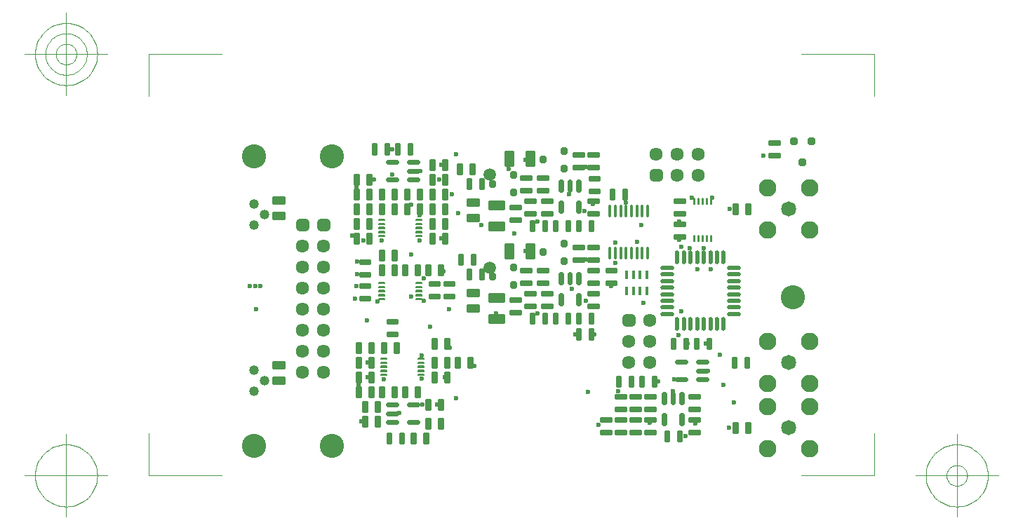
<source format=gbr>
G04 Generated by Ultiboard *
%FSLAX25Y25*%
%MOMM*%

%ADD10C,0.10000*%
%ADD11C,0.60000*%
%ADD12C,2.92100*%
%ADD13R,0.27534X1.05867*%
%ADD14C,0.42316*%
%ADD15R,1.18567X0.57175*%
%ADD16C,1.50000*%
%ADD17C,1.18516*%
%ADD18C,1.60884*%
%ADD19R,0.52908X0.52908*%
%ADD20C,0.99492*%
%ADD21R,1.05867X0.27534*%
%ADD22R,1.01600X0.02108*%
%ADD23C,0.59284*%
%ADD24R,0.70000X0.10000*%
%ADD25C,0.20000*%
%ADD26R,0.10000X0.70000*%
%ADD27R,1.56667X0.78334*%
%ADD28R,0.02108X1.01600*%
%ADD29O,0.38100X1.48184*%
%ADD30R,0.31725X0.33833*%
%ADD31R,0.78334X1.56667*%
%ADD32O,0.54000X1.70000*%
%ADD33O,1.70000X0.54000*%
%ADD34R,0.45000X1.00000*%
%ADD35C,1.82016*%
%ADD36C,2.11684*%
%ADD37R,0.33833X0.31725*%


%LNSolder Mask Top*%
%LPD*%
%FSLAX25Y25*%
%MOMM*%
G54D10*
X-787400Y-93958D02*
X-787400Y414929D01*
X-787400Y-93958D02*
X87376Y-93958D01*
X7960360Y-93958D02*
X7085584Y-93958D01*
X7960360Y-93958D02*
X7960360Y414929D01*
X7960360Y4994910D02*
X7960360Y4486023D01*
X7960360Y4994910D02*
X7085584Y4994910D01*
X-787400Y4994910D02*
X87376Y4994910D01*
X-787400Y4994910D02*
X-787400Y4486023D01*
X-1287400Y-93958D02*
X-2287400Y-93958D01*
X-1787400Y-593958D02*
X-1787400Y406042D01*
X-1412400Y-93958D02*
X-1414206Y-57201D01*
X-1414206Y-57201D02*
X-1419606Y-20799D01*
X-1419606Y-20799D02*
X-1428547Y14899D01*
X-1428547Y14899D02*
X-1440945Y49549D01*
X-1440945Y49549D02*
X-1456680Y82816D01*
X-1456680Y82816D02*
X-1475599Y114381D01*
X-1475599Y114381D02*
X-1497521Y143940D01*
X-1497521Y143940D02*
X-1522235Y171207D01*
X-1522235Y171207D02*
X-1549503Y195921D01*
X-1549503Y195921D02*
X-1579061Y217843D01*
X-1579061Y217843D02*
X-1610626Y236763D01*
X-1610626Y236763D02*
X-1643894Y252497D01*
X-1643894Y252497D02*
X-1678543Y264895D01*
X-1678543Y264895D02*
X-1714241Y273837D01*
X-1714241Y273837D02*
X-1750644Y279237D01*
X-1750644Y279237D02*
X-1787400Y281042D01*
X-1787400Y281042D02*
X-1824156Y279237D01*
X-1824156Y279237D02*
X-1860559Y273837D01*
X-1860559Y273837D02*
X-1896257Y264895D01*
X-1896257Y264895D02*
X-1930906Y252497D01*
X-1930906Y252497D02*
X-1964174Y236763D01*
X-1964174Y236763D02*
X-1995739Y217843D01*
X-1995739Y217843D02*
X-2025297Y195921D01*
X-2025297Y195921D02*
X-2052565Y171207D01*
X-2052565Y171207D02*
X-2077279Y143940D01*
X-2077279Y143940D02*
X-2099201Y114381D01*
X-2099201Y114381D02*
X-2118120Y82816D01*
X-2118120Y82816D02*
X-2133855Y49549D01*
X-2133855Y49549D02*
X-2146253Y14899D01*
X-2146253Y14899D02*
X-2155194Y-20799D01*
X-2155194Y-20799D02*
X-2160594Y-57201D01*
X-2160594Y-57201D02*
X-2162400Y-93958D01*
X-2162400Y-93958D02*
X-2160594Y-130714D01*
X-2160594Y-130714D02*
X-2155194Y-167116D01*
X-2155194Y-167116D02*
X-2146253Y-202814D01*
X-2146253Y-202814D02*
X-2133855Y-237464D01*
X-2133855Y-237464D02*
X-2118120Y-270731D01*
X-2118120Y-270731D02*
X-2099201Y-302296D01*
X-2099201Y-302296D02*
X-2077279Y-331855D01*
X-2077279Y-331855D02*
X-2052565Y-359123D01*
X-2052565Y-359123D02*
X-2025297Y-383837D01*
X-2025297Y-383837D02*
X-1995739Y-405759D01*
X-1995739Y-405759D02*
X-1964174Y-424678D01*
X-1964174Y-424678D02*
X-1930906Y-440412D01*
X-1930906Y-440412D02*
X-1896257Y-452810D01*
X-1896257Y-452810D02*
X-1860559Y-461752D01*
X-1860559Y-461752D02*
X-1824156Y-467152D01*
X-1824156Y-467152D02*
X-1787400Y-468958D01*
X-1787400Y-468958D02*
X-1750644Y-467152D01*
X-1750644Y-467152D02*
X-1714241Y-461752D01*
X-1714241Y-461752D02*
X-1678543Y-452810D01*
X-1678543Y-452810D02*
X-1643894Y-440412D01*
X-1643894Y-440412D02*
X-1610626Y-424678D01*
X-1610626Y-424678D02*
X-1579061Y-405759D01*
X-1579061Y-405759D02*
X-1549503Y-383837D01*
X-1549503Y-383837D02*
X-1522235Y-359123D01*
X-1522235Y-359123D02*
X-1497521Y-331855D01*
X-1497521Y-331855D02*
X-1475599Y-302296D01*
X-1475599Y-302296D02*
X-1456680Y-270731D01*
X-1456680Y-270731D02*
X-1440945Y-237464D01*
X-1440945Y-237464D02*
X-1428547Y-202814D01*
X-1428547Y-202814D02*
X-1419606Y-167116D01*
X-1419606Y-167116D02*
X-1414206Y-130714D01*
X-1414206Y-130714D02*
X-1412400Y-93958D01*
X8460360Y-93958D02*
X9460360Y-93958D01*
X8960360Y-593958D02*
X8960360Y406042D01*
X9335360Y-93958D02*
X9333554Y-57201D01*
X9333554Y-57201D02*
X9328154Y-20799D01*
X9328154Y-20799D02*
X9319213Y14899D01*
X9319213Y14899D02*
X9306815Y49549D01*
X9306815Y49549D02*
X9291080Y82816D01*
X9291080Y82816D02*
X9272161Y114381D01*
X9272161Y114381D02*
X9250239Y143940D01*
X9250239Y143940D02*
X9225525Y171207D01*
X9225525Y171207D02*
X9198257Y195921D01*
X9198257Y195921D02*
X9168699Y217843D01*
X9168699Y217843D02*
X9137134Y236763D01*
X9137134Y236763D02*
X9103866Y252497D01*
X9103866Y252497D02*
X9069217Y264895D01*
X9069217Y264895D02*
X9033519Y273837D01*
X9033519Y273837D02*
X8997116Y279237D01*
X8997116Y279237D02*
X8960360Y281042D01*
X8960360Y281042D02*
X8923604Y279237D01*
X8923604Y279237D02*
X8887201Y273837D01*
X8887201Y273837D02*
X8851503Y264895D01*
X8851503Y264895D02*
X8816854Y252497D01*
X8816854Y252497D02*
X8783586Y236763D01*
X8783586Y236763D02*
X8752021Y217843D01*
X8752021Y217843D02*
X8722463Y195921D01*
X8722463Y195921D02*
X8695195Y171207D01*
X8695195Y171207D02*
X8670481Y143940D01*
X8670481Y143940D02*
X8648559Y114381D01*
X8648559Y114381D02*
X8629640Y82816D01*
X8629640Y82816D02*
X8613905Y49549D01*
X8613905Y49549D02*
X8601507Y14899D01*
X8601507Y14899D02*
X8592566Y-20799D01*
X8592566Y-20799D02*
X8587166Y-57201D01*
X8587166Y-57201D02*
X8585360Y-93958D01*
X8585360Y-93958D02*
X8587166Y-130714D01*
X8587166Y-130714D02*
X8592566Y-167116D01*
X8592566Y-167116D02*
X8601507Y-202814D01*
X8601507Y-202814D02*
X8613905Y-237464D01*
X8613905Y-237464D02*
X8629640Y-270731D01*
X8629640Y-270731D02*
X8648559Y-302296D01*
X8648559Y-302296D02*
X8670481Y-331855D01*
X8670481Y-331855D02*
X8695195Y-359123D01*
X8695195Y-359123D02*
X8722463Y-383837D01*
X8722463Y-383837D02*
X8752021Y-405759D01*
X8752021Y-405759D02*
X8783586Y-424678D01*
X8783586Y-424678D02*
X8816854Y-440412D01*
X8816854Y-440412D02*
X8851503Y-452810D01*
X8851503Y-452810D02*
X8887201Y-461752D01*
X8887201Y-461752D02*
X8923604Y-467152D01*
X8923604Y-467152D02*
X8960360Y-468958D01*
X8960360Y-468958D02*
X8997116Y-467152D01*
X8997116Y-467152D02*
X9033519Y-461752D01*
X9033519Y-461752D02*
X9069217Y-452810D01*
X9069217Y-452810D02*
X9103866Y-440412D01*
X9103866Y-440412D02*
X9137134Y-424678D01*
X9137134Y-424678D02*
X9168699Y-405759D01*
X9168699Y-405759D02*
X9198257Y-383837D01*
X9198257Y-383837D02*
X9225525Y-359123D01*
X9225525Y-359123D02*
X9250239Y-331855D01*
X9250239Y-331855D02*
X9272161Y-302296D01*
X9272161Y-302296D02*
X9291080Y-270731D01*
X9291080Y-270731D02*
X9306815Y-237464D01*
X9306815Y-237464D02*
X9319213Y-202814D01*
X9319213Y-202814D02*
X9328154Y-167116D01*
X9328154Y-167116D02*
X9333554Y-130714D01*
X9333554Y-130714D02*
X9335360Y-93958D01*
X9085360Y-93958D02*
X9084758Y-81706D01*
X9084758Y-81706D02*
X9082958Y-69571D01*
X9082958Y-69571D02*
X9079978Y-57672D01*
X9079978Y-57672D02*
X9075845Y-46122D01*
X9075845Y-46122D02*
X9070600Y-35033D01*
X9070600Y-35033D02*
X9064294Y-24511D01*
X9064294Y-24511D02*
X9056986Y-14659D01*
X9056986Y-14659D02*
X9048748Y-5569D01*
X9048748Y-5569D02*
X9039659Y2669D01*
X9039659Y2669D02*
X9029806Y9976D01*
X9029806Y9976D02*
X9019285Y16282D01*
X9019285Y16282D02*
X9008195Y21527D01*
X9008195Y21527D02*
X8996646Y25660D01*
X8996646Y25660D02*
X8984746Y28640D01*
X8984746Y28640D02*
X8972612Y30440D01*
X8972612Y30440D02*
X8960360Y31042D01*
X8960360Y31042D02*
X8948108Y30440D01*
X8948108Y30440D02*
X8935974Y28640D01*
X8935974Y28640D02*
X8924075Y25660D01*
X8924075Y25660D02*
X8912525Y21527D01*
X8912525Y21527D02*
X8901436Y16282D01*
X8901436Y16282D02*
X8890914Y9976D01*
X8890914Y9976D02*
X8881061Y2669D01*
X8881061Y2669D02*
X8871972Y-5569D01*
X8871972Y-5569D02*
X8863734Y-14659D01*
X8863734Y-14659D02*
X8856426Y-24511D01*
X8856426Y-24511D02*
X8850120Y-35033D01*
X8850120Y-35033D02*
X8844875Y-46122D01*
X8844875Y-46122D02*
X8840743Y-57672D01*
X8840743Y-57672D02*
X8837762Y-69571D01*
X8837762Y-69571D02*
X8835962Y-81706D01*
X8835962Y-81706D02*
X8835360Y-93958D01*
X8835360Y-93958D02*
X8835962Y-106210D01*
X8835962Y-106210D02*
X8837762Y-118344D01*
X8837762Y-118344D02*
X8840743Y-130243D01*
X8840743Y-130243D02*
X8844875Y-141793D01*
X8844875Y-141793D02*
X8850120Y-152882D01*
X8850120Y-152882D02*
X8856426Y-163404D01*
X8856426Y-163404D02*
X8863734Y-173257D01*
X8863734Y-173257D02*
X8871972Y-182346D01*
X8871972Y-182346D02*
X8881061Y-190584D01*
X8881061Y-190584D02*
X8890914Y-197891D01*
X8890914Y-197891D02*
X8901436Y-204198D01*
X8901436Y-204198D02*
X8912525Y-209443D01*
X8912525Y-209443D02*
X8924075Y-213575D01*
X8924075Y-213575D02*
X8935974Y-216556D01*
X8935974Y-216556D02*
X8948108Y-218356D01*
X8948108Y-218356D02*
X8960360Y-218958D01*
X8960360Y-218958D02*
X8972612Y-218356D01*
X8972612Y-218356D02*
X8984746Y-216556D01*
X8984746Y-216556D02*
X8996646Y-213575D01*
X8996646Y-213575D02*
X9008195Y-209443D01*
X9008195Y-209443D02*
X9019285Y-204198D01*
X9019285Y-204198D02*
X9029806Y-197891D01*
X9029806Y-197891D02*
X9039659Y-190584D01*
X9039659Y-190584D02*
X9048748Y-182346D01*
X9048748Y-182346D02*
X9056986Y-173257D01*
X9056986Y-173257D02*
X9064294Y-163404D01*
X9064294Y-163404D02*
X9070600Y-152882D01*
X9070600Y-152882D02*
X9075845Y-141793D01*
X9075845Y-141793D02*
X9079978Y-130243D01*
X9079978Y-130243D02*
X9082958Y-118344D01*
X9082958Y-118344D02*
X9084758Y-106210D01*
X9084758Y-106210D02*
X9085360Y-93958D01*
X-1287400Y4994910D02*
X-2287400Y4994910D01*
X-1787400Y4494910D02*
X-1787400Y5494910D01*
X-1412400Y4994910D02*
X-1414206Y5031666D01*
X-1414206Y5031666D02*
X-1419606Y5068069D01*
X-1419606Y5068069D02*
X-1428547Y5103767D01*
X-1428547Y5103767D02*
X-1440945Y5138416D01*
X-1440945Y5138416D02*
X-1456680Y5171684D01*
X-1456680Y5171684D02*
X-1475599Y5203249D01*
X-1475599Y5203249D02*
X-1497521Y5232807D01*
X-1497521Y5232807D02*
X-1522235Y5260075D01*
X-1522235Y5260075D02*
X-1549503Y5284789D01*
X-1549503Y5284789D02*
X-1579061Y5306711D01*
X-1579061Y5306711D02*
X-1610626Y5325630D01*
X-1610626Y5325630D02*
X-1643894Y5341365D01*
X-1643894Y5341365D02*
X-1678543Y5353763D01*
X-1678543Y5353763D02*
X-1714241Y5362704D01*
X-1714241Y5362704D02*
X-1750644Y5368104D01*
X-1750644Y5368104D02*
X-1787400Y5369910D01*
X-1787400Y5369910D02*
X-1824156Y5368104D01*
X-1824156Y5368104D02*
X-1860559Y5362704D01*
X-1860559Y5362704D02*
X-1896257Y5353763D01*
X-1896257Y5353763D02*
X-1930906Y5341365D01*
X-1930906Y5341365D02*
X-1964174Y5325630D01*
X-1964174Y5325630D02*
X-1995739Y5306711D01*
X-1995739Y5306711D02*
X-2025297Y5284789D01*
X-2025297Y5284789D02*
X-2052565Y5260075D01*
X-2052565Y5260075D02*
X-2077279Y5232807D01*
X-2077279Y5232807D02*
X-2099201Y5203249D01*
X-2099201Y5203249D02*
X-2118120Y5171684D01*
X-2118120Y5171684D02*
X-2133855Y5138416D01*
X-2133855Y5138416D02*
X-2146253Y5103767D01*
X-2146253Y5103767D02*
X-2155194Y5068069D01*
X-2155194Y5068069D02*
X-2160594Y5031666D01*
X-2160594Y5031666D02*
X-2162400Y4994910D01*
X-2162400Y4994910D02*
X-2160594Y4958154D01*
X-2160594Y4958154D02*
X-2155194Y4921751D01*
X-2155194Y4921751D02*
X-2146253Y4886053D01*
X-2146253Y4886053D02*
X-2133855Y4851404D01*
X-2133855Y4851404D02*
X-2118120Y4818136D01*
X-2118120Y4818136D02*
X-2099201Y4786571D01*
X-2099201Y4786571D02*
X-2077279Y4757013D01*
X-2077279Y4757013D02*
X-2052565Y4729745D01*
X-2052565Y4729745D02*
X-2025297Y4705031D01*
X-2025297Y4705031D02*
X-1995739Y4683109D01*
X-1995739Y4683109D02*
X-1964174Y4664190D01*
X-1964174Y4664190D02*
X-1930906Y4648455D01*
X-1930906Y4648455D02*
X-1896257Y4636057D01*
X-1896257Y4636057D02*
X-1860559Y4627116D01*
X-1860559Y4627116D02*
X-1824156Y4621716D01*
X-1824156Y4621716D02*
X-1787400Y4619910D01*
X-1787400Y4619910D02*
X-1750644Y4621716D01*
X-1750644Y4621716D02*
X-1714241Y4627116D01*
X-1714241Y4627116D02*
X-1678543Y4636057D01*
X-1678543Y4636057D02*
X-1643894Y4648455D01*
X-1643894Y4648455D02*
X-1610626Y4664190D01*
X-1610626Y4664190D02*
X-1579061Y4683109D01*
X-1579061Y4683109D02*
X-1549503Y4705031D01*
X-1549503Y4705031D02*
X-1522235Y4729745D01*
X-1522235Y4729745D02*
X-1497521Y4757013D01*
X-1497521Y4757013D02*
X-1475599Y4786571D01*
X-1475599Y4786571D02*
X-1456680Y4818136D01*
X-1456680Y4818136D02*
X-1440945Y4851404D01*
X-1440945Y4851404D02*
X-1428547Y4886053D01*
X-1428547Y4886053D02*
X-1419606Y4921751D01*
X-1419606Y4921751D02*
X-1414206Y4958154D01*
X-1414206Y4958154D02*
X-1412400Y4994910D01*
X-1537400Y4994910D02*
X-1538604Y5019414D01*
X-1538604Y5019414D02*
X-1542204Y5043683D01*
X-1542204Y5043683D02*
X-1548165Y5067481D01*
X-1548165Y5067481D02*
X-1556430Y5090581D01*
X-1556430Y5090581D02*
X-1566920Y5112759D01*
X-1566920Y5112759D02*
X-1579533Y5133803D01*
X-1579533Y5133803D02*
X-1594147Y5153508D01*
X-1594147Y5153508D02*
X-1610623Y5171687D01*
X-1610623Y5171687D02*
X-1628802Y5188163D01*
X-1628802Y5188163D02*
X-1648508Y5202777D01*
X-1648508Y5202777D02*
X-1669551Y5215390D01*
X-1669551Y5215390D02*
X-1691729Y5225880D01*
X-1691729Y5225880D02*
X-1714829Y5234145D01*
X-1714829Y5234145D02*
X-1738628Y5240106D01*
X-1738628Y5240106D02*
X-1762896Y5243706D01*
X-1762896Y5243706D02*
X-1787400Y5244910D01*
X-1787400Y5244910D02*
X-1811904Y5243706D01*
X-1811904Y5243706D02*
X-1836173Y5240106D01*
X-1836173Y5240106D02*
X-1859971Y5234145D01*
X-1859971Y5234145D02*
X-1883071Y5225880D01*
X-1883071Y5225880D02*
X-1905249Y5215390D01*
X-1905249Y5215390D02*
X-1926293Y5202777D01*
X-1926293Y5202777D02*
X-1945998Y5188163D01*
X-1945998Y5188163D02*
X-1964177Y5171687D01*
X-1964177Y5171687D02*
X-1980653Y5153508D01*
X-1980653Y5153508D02*
X-1995267Y5133803D01*
X-1995267Y5133803D02*
X-2007880Y5112759D01*
X-2007880Y5112759D02*
X-2018370Y5090581D01*
X-2018370Y5090581D02*
X-2026635Y5067481D01*
X-2026635Y5067481D02*
X-2032596Y5043683D01*
X-2032596Y5043683D02*
X-2036196Y5019414D01*
X-2036196Y5019414D02*
X-2037400Y4994910D01*
X-2037400Y4994910D02*
X-2036196Y4970406D01*
X-2036196Y4970406D02*
X-2032596Y4946138D01*
X-2032596Y4946138D02*
X-2026635Y4922339D01*
X-2026635Y4922339D02*
X-2018370Y4899239D01*
X-2018370Y4899239D02*
X-2007880Y4877061D01*
X-2007880Y4877061D02*
X-1995267Y4856018D01*
X-1995267Y4856018D02*
X-1980653Y4836312D01*
X-1980653Y4836312D02*
X-1964177Y4818133D01*
X-1964177Y4818133D02*
X-1945998Y4801657D01*
X-1945998Y4801657D02*
X-1926293Y4787043D01*
X-1926293Y4787043D02*
X-1905249Y4774430D01*
X-1905249Y4774430D02*
X-1883071Y4763940D01*
X-1883071Y4763940D02*
X-1859971Y4755675D01*
X-1859971Y4755675D02*
X-1836173Y4749714D01*
X-1836173Y4749714D02*
X-1811904Y4746114D01*
X-1811904Y4746114D02*
X-1787400Y4744910D01*
X-1787400Y4744910D02*
X-1762896Y4746114D01*
X-1762896Y4746114D02*
X-1738628Y4749714D01*
X-1738628Y4749714D02*
X-1714829Y4755675D01*
X-1714829Y4755675D02*
X-1691729Y4763940D01*
X-1691729Y4763940D02*
X-1669551Y4774430D01*
X-1669551Y4774430D02*
X-1648508Y4787043D01*
X-1648508Y4787043D02*
X-1628802Y4801657D01*
X-1628802Y4801657D02*
X-1610623Y4818133D01*
X-1610623Y4818133D02*
X-1594147Y4836312D01*
X-1594147Y4836312D02*
X-1579533Y4856018D01*
X-1579533Y4856018D02*
X-1566920Y4877061D01*
X-1566920Y4877061D02*
X-1556430Y4899239D01*
X-1556430Y4899239D02*
X-1548165Y4922339D01*
X-1548165Y4922339D02*
X-1542204Y4946138D01*
X-1542204Y4946138D02*
X-1538604Y4970406D01*
X-1538604Y4970406D02*
X-1537400Y4994910D01*
X-1662400Y4994910D02*
X-1663002Y5007162D01*
X-1663002Y5007162D02*
X-1664802Y5019296D01*
X-1664802Y5019296D02*
X-1667783Y5031196D01*
X-1667783Y5031196D02*
X-1671915Y5042745D01*
X-1671915Y5042745D02*
X-1677160Y5053835D01*
X-1677160Y5053835D02*
X-1683466Y5064356D01*
X-1683466Y5064356D02*
X-1690774Y5074209D01*
X-1690774Y5074209D02*
X-1699012Y5083298D01*
X-1699012Y5083298D02*
X-1708101Y5091536D01*
X-1708101Y5091536D02*
X-1717954Y5098844D01*
X-1717954Y5098844D02*
X-1728476Y5105150D01*
X-1728476Y5105150D02*
X-1739565Y5110395D01*
X-1739565Y5110395D02*
X-1751115Y5114528D01*
X-1751115Y5114528D02*
X-1763014Y5117508D01*
X-1763014Y5117508D02*
X-1775148Y5119308D01*
X-1775148Y5119308D02*
X-1787400Y5119910D01*
X-1787400Y5119910D02*
X-1799652Y5119308D01*
X-1799652Y5119308D02*
X-1811786Y5117508D01*
X-1811786Y5117508D02*
X-1823686Y5114528D01*
X-1823686Y5114528D02*
X-1835235Y5110395D01*
X-1835235Y5110395D02*
X-1846325Y5105150D01*
X-1846325Y5105150D02*
X-1856846Y5098844D01*
X-1856846Y5098844D02*
X-1866699Y5091536D01*
X-1866699Y5091536D02*
X-1875788Y5083298D01*
X-1875788Y5083298D02*
X-1884026Y5074209D01*
X-1884026Y5074209D02*
X-1891334Y5064356D01*
X-1891334Y5064356D02*
X-1897640Y5053835D01*
X-1897640Y5053835D02*
X-1902885Y5042745D01*
X-1902885Y5042745D02*
X-1907018Y5031196D01*
X-1907018Y5031196D02*
X-1909998Y5019296D01*
X-1909998Y5019296D02*
X-1911798Y5007162D01*
X-1911798Y5007162D02*
X-1912400Y4994910D01*
X-1912400Y4994910D02*
X-1911798Y4982658D01*
X-1911798Y4982658D02*
X-1909998Y4970524D01*
X-1909998Y4970524D02*
X-1907018Y4958625D01*
X-1907018Y4958625D02*
X-1902885Y4947075D01*
X-1902885Y4947075D02*
X-1897640Y4935986D01*
X-1897640Y4935986D02*
X-1891334Y4925464D01*
X-1891334Y4925464D02*
X-1884026Y4915611D01*
X-1884026Y4915611D02*
X-1875788Y4906522D01*
X-1875788Y4906522D02*
X-1866699Y4898284D01*
X-1866699Y4898284D02*
X-1856846Y4890976D01*
X-1856846Y4890976D02*
X-1846325Y4884670D01*
X-1846325Y4884670D02*
X-1835235Y4879425D01*
X-1835235Y4879425D02*
X-1823686Y4875293D01*
X-1823686Y4875293D02*
X-1811786Y4872312D01*
X-1811786Y4872312D02*
X-1799652Y4870512D01*
X-1799652Y4870512D02*
X-1787400Y4869910D01*
X-1787400Y4869910D02*
X-1775148Y4870512D01*
X-1775148Y4870512D02*
X-1763014Y4872312D01*
X-1763014Y4872312D02*
X-1751115Y4875293D01*
X-1751115Y4875293D02*
X-1739565Y4879425D01*
X-1739565Y4879425D02*
X-1728476Y4884670D01*
X-1728476Y4884670D02*
X-1717954Y4890976D01*
X-1717954Y4890976D02*
X-1708101Y4898284D01*
X-1708101Y4898284D02*
X-1699012Y4906522D01*
X-1699012Y4906522D02*
X-1690774Y4915611D01*
X-1690774Y4915611D02*
X-1683466Y4925464D01*
X-1683466Y4925464D02*
X-1677160Y4935986D01*
X-1677160Y4935986D02*
X-1671915Y4947075D01*
X-1671915Y4947075D02*
X-1667783Y4958625D01*
X-1667783Y4958625D02*
X-1664802Y4970524D01*
X-1664802Y4970524D02*
X-1663002Y4982658D01*
X-1663002Y4982658D02*
X-1662400Y4994910D01*
G54D11*
X3225800Y2933700D03*
X2374900Y3175000D03*
X431800Y2197100D03*
X508000Y1917700D03*
X495300Y2197100D03*
X558800Y2197100D03*
X1778000Y558800D03*
X2235200Y660400D03*
X2044700Y1066800D03*
X1739900Y1003300D03*
X1854200Y1092200D03*
X1854200Y1270000D03*
X2514600Y762000D03*
X2692400Y762000D03*
X2921000Y838200D03*
X2781300Y1092200D03*
X2844800Y1447800D03*
X2501900Y1079500D03*
X2501900Y1358900D03*
X3136900Y1231900D03*
X2374900Y2070100D03*
X2374900Y2578100D03*
X1968500Y2006600D03*
X1701800Y2044700D03*
X1841500Y1778000D03*
X1714500Y2197100D03*
X1727200Y2336800D03*
X2019300Y2743200D03*
X1663700Y2806700D03*
X1803400Y2743200D03*
X1727200Y2489200D03*
X2768600Y2374900D03*
X2832100Y1917700D03*
X2527300Y2019300D03*
X2603500Y1701800D03*
X2527300Y2286000D03*
X2743200Y2768600D03*
X2476500Y2743200D03*
X2476500Y3048000D03*
X2946400Y3073400D03*
X1714500Y3390900D03*
X1930400Y3479800D03*
X2146300Y3543300D03*
X2146300Y3848100D03*
X2489200Y3581400D03*
X2717800Y3479800D03*
X2743200Y3657600D03*
X2870200Y3302000D03*
X2921000Y3784600D03*
X4965700Y3200400D03*
X4572000Y3187700D03*
X4838700Y2476500D03*
X4787900Y2197100D03*
X4838700Y2717800D03*
X4356100Y1612900D03*
X4584700Y1612900D03*
X4635500Y520700D03*
X4508500Y914400D03*
X3403600Y1866900D03*
X3898900Y1866900D03*
X3619500Y2832100D03*
X3759200Y2616200D03*
X3898900Y2971800D03*
X4318000Y2159000D03*
X4483100Y2019300D03*
X4483100Y2514600D03*
X4470400Y3098800D03*
X5600700Y1600200D03*
X5257800Y546100D03*
X4876800Y927100D03*
X5359400Y1041400D03*
X5549900Y1066800D03*
X5537200Y927100D03*
X6273800Y787400D03*
X5689600Y381000D03*
X5803900Y533400D03*
X6210300Y482600D03*
X5956300Y1168400D03*
X5930900Y1498600D03*
X5715000Y1498600D03*
X6146800Y1003300D03*
X6102350Y1365250D03*
X5638800Y1892300D03*
X5613400Y2755900D03*
X5613400Y2971800D03*
X5638800Y2667000D03*
X5181600Y1993900D03*
X5156200Y2933700D03*
X5105400Y2730500D03*
X5829300Y2400300D03*
X5994400Y2400300D03*
X5740400Y2654300D03*
X5905500Y2654300D03*
X6223000Y3124200D03*
X3556000Y3606800D03*
X3759200Y3721100D03*
X4279900Y3302000D03*
X4483100Y3632200D03*
X6007100Y3263900D03*
X5765800Y3263900D03*
X6629400Y3771900D03*
G54D12*
X482600Y266700D03*
X1422400Y266700D03*
X1422400Y3759200D03*
X482600Y3759200D03*
X6985000Y2057400D03*
G54D13*
X6438900Y3124200D03*
X6286500Y3124200D03*
X6438900Y482600D03*
X6286500Y482600D03*
X6426200Y1270000D03*
X6273800Y1270000D03*
X3225800Y2336800D03*
X3073400Y2336800D03*
X3225800Y3429000D03*
X3073400Y3429000D03*
X1714500Y3124200D03*
X1866900Y3124200D03*
X2476500Y3124200D03*
X2324100Y3124200D03*
X2019300Y3124200D03*
X2171700Y3124200D03*
X2781300Y3124200D03*
X2628900Y3124200D03*
X2806700Y1498600D03*
X2654300Y1498600D03*
X2400300Y355600D03*
X2552700Y355600D03*
X2451100Y914400D03*
X2298700Y914400D03*
X1816100Y736600D03*
X1968500Y736600D03*
X1968500Y558800D03*
X1816100Y558800D03*
X2108200Y355600D03*
X2260600Y355600D03*
X1739900Y1092200D03*
X1892300Y1092200D03*
X2044700Y1447800D03*
X2197100Y1447800D03*
X2019300Y914400D03*
X2171700Y914400D03*
X1739900Y1270000D03*
X1892300Y1270000D03*
X1739900Y914400D03*
X1892300Y914400D03*
X1739900Y1447800D03*
X1892300Y1447800D03*
X2578100Y762000D03*
X2730500Y762000D03*
X2730500Y533400D03*
X2578100Y533400D03*
X2806700Y1092200D03*
X2654300Y1092200D03*
X2806700Y1270000D03*
X2654300Y1270000D03*
X2933700Y1270000D03*
X3086100Y1270000D03*
X2451100Y2387600D03*
X2298700Y2387600D03*
X2019300Y2387600D03*
X2171700Y2387600D03*
X2019300Y2565400D03*
X2171700Y2565400D03*
X1714500Y2768600D03*
X1866900Y2768600D03*
X1714500Y2946400D03*
X1866900Y2946400D03*
X2578100Y2387600D03*
X2730500Y2387600D03*
X2781300Y2768600D03*
X2628900Y2768600D03*
X2781300Y2946400D03*
X2628900Y2946400D03*
X2971800Y2514600D03*
X3124200Y2514600D03*
X2362200Y3848100D03*
X2209800Y3848100D03*
X2324100Y3302000D03*
X2476500Y3302000D03*
X2019300Y3302000D03*
X2171700Y3302000D03*
X1930400Y3848100D03*
X2082800Y3848100D03*
X1714500Y3302000D03*
X1866900Y3302000D03*
X1714500Y3479800D03*
X1866900Y3479800D03*
X2781300Y3657600D03*
X2628900Y3657600D03*
X2781300Y3302000D03*
X2628900Y3302000D03*
X2781300Y3479800D03*
X2628900Y3479800D03*
X2959100Y3606800D03*
X3111500Y3606800D03*
X4394200Y1612900D03*
X4546600Y1612900D03*
X3987800Y1803400D03*
X3835400Y1803400D03*
X3987800Y2921000D03*
X3835400Y2921000D03*
X4394200Y1803400D03*
X4546600Y1803400D03*
X4114800Y1803400D03*
X4267200Y1803400D03*
X4394200Y2921000D03*
X4546600Y2921000D03*
X4114800Y2921000D03*
X4267200Y2921000D03*
X5613400Y381000D03*
X5461000Y381000D03*
X5537200Y1498600D03*
X5689600Y1498600D03*
X5156200Y1041400D03*
X5308600Y1041400D03*
X4876800Y1041400D03*
X5029200Y1041400D03*
X5969000Y1498600D03*
X5816600Y1498600D03*
X4800600Y3302000D03*
X4953000Y3302000D03*
G54D14*
X6425133Y3071267D02*
X6452667Y3071267D01*
X6452667Y3177133D01*
X6425133Y3177133D01*
X6425133Y3071267D01*D02*
X6272733Y3071267D02*
X6300267Y3071267D01*
X6300267Y3177133D01*
X6272733Y3177133D01*
X6272733Y3071267D01*D02*
X6425133Y429667D02*
X6452667Y429667D01*
X6452667Y535533D01*
X6425133Y535533D01*
X6425133Y429667D01*D02*
X6272733Y429667D02*
X6300267Y429667D01*
X6300267Y535533D01*
X6272733Y535533D01*
X6272733Y429667D01*D02*
X6412433Y1217067D02*
X6439967Y1217067D01*
X6439967Y1322933D01*
X6412433Y1322933D01*
X6412433Y1217067D01*D02*
X6260033Y1217067D02*
X6287567Y1217067D01*
X6287567Y1322933D01*
X6260033Y1322933D01*
X6260033Y1217067D01*D02*
X3064917Y3180280D02*
X3183483Y3180280D01*
X3183483Y3237454D01*
X3064917Y3237454D01*
X3064917Y3180280D01*D02*
X3064917Y2994013D02*
X3183483Y2994013D01*
X3183483Y3051187D01*
X3064917Y3051187D01*
X3064917Y2994013D01*D02*
X3212033Y2283867D02*
X3239567Y2283867D01*
X3239567Y2389733D01*
X3212033Y2389733D01*
X3212033Y2283867D01*D02*
X3059633Y2283867D02*
X3087167Y2283867D01*
X3087167Y2389733D01*
X3059633Y2389733D01*
X3059633Y2283867D01*D02*
X3064917Y1901813D02*
X3183483Y1901813D01*
X3183483Y1958987D01*
X3064917Y1958987D01*
X3064917Y1901813D01*D02*
X3064917Y2088080D02*
X3183483Y2088080D01*
X3183483Y2145254D01*
X3064917Y2145254D01*
X3064917Y2088080D01*D02*
X3212033Y3376067D02*
X3239567Y3376067D01*
X3239567Y3481933D01*
X3212033Y3481933D01*
X3212033Y3376067D01*D02*
X3059633Y3376067D02*
X3087167Y3376067D01*
X3087167Y3481933D01*
X3059633Y3481933D01*
X3059633Y3376067D01*D02*
X715417Y3205680D02*
X833983Y3205680D01*
X833983Y3262854D01*
X715417Y3262854D01*
X715417Y3205680D01*D02*
X715417Y3019413D02*
X833983Y3019413D01*
X833983Y3076587D01*
X715417Y3076587D01*
X715417Y3019413D01*D02*
X1700733Y3071267D02*
X1728267Y3071267D01*
X1728267Y3177133D01*
X1700733Y3177133D01*
X1700733Y3071267D01*D02*
X1853133Y3071267D02*
X1880667Y3071267D01*
X1880667Y3177133D01*
X1853133Y3177133D01*
X1853133Y3071267D01*D02*
X2462733Y3071267D02*
X2490267Y3071267D01*
X2490267Y3177133D01*
X2462733Y3177133D01*
X2462733Y3071267D01*D02*
X2310333Y3071267D02*
X2337867Y3071267D01*
X2337867Y3177133D01*
X2310333Y3177133D01*
X2310333Y3071267D01*D02*
X2005533Y3071267D02*
X2033067Y3071267D01*
X2033067Y3177133D01*
X2005533Y3177133D01*
X2005533Y3071267D01*D02*
X2157933Y3071267D02*
X2185467Y3071267D01*
X2185467Y3177133D01*
X2157933Y3177133D01*
X2157933Y3071267D01*D02*
X2767533Y3071267D02*
X2795067Y3071267D01*
X2795067Y3177133D01*
X2767533Y3177133D01*
X2767533Y3071267D01*D02*
X2615133Y3071267D02*
X2642667Y3071267D01*
X2642667Y3177133D01*
X2615133Y3177133D01*
X2615133Y3071267D01*D02*
X715417Y1025513D02*
X833983Y1025513D01*
X833983Y1082687D01*
X715417Y1082687D01*
X715417Y1025513D01*D02*
X715417Y1211780D02*
X833983Y1211780D01*
X833983Y1268954D01*
X715417Y1268954D01*
X715417Y1211780D01*D02*
X2093367Y1599133D02*
X2199233Y1599133D01*
X2199233Y1626667D01*
X2093367Y1626667D01*
X2093367Y1599133D01*D02*
X2093367Y1751533D02*
X2199233Y1751533D01*
X2199233Y1779067D01*
X2093367Y1779067D01*
X2093367Y1751533D01*D02*
X2792933Y1445667D02*
X2820467Y1445667D01*
X2820467Y1551533D01*
X2792933Y1551533D01*
X2792933Y1445667D01*D02*
X2640533Y1445667D02*
X2668067Y1445667D01*
X2668067Y1551533D01*
X2640533Y1551533D01*
X2640533Y1445667D01*D02*
X2386533Y302667D02*
X2414067Y302667D01*
X2414067Y408533D01*
X2386533Y408533D01*
X2386533Y302667D01*D02*
X2538933Y302667D02*
X2566467Y302667D01*
X2566467Y408533D01*
X2538933Y408533D01*
X2538933Y302667D01*D02*
X2437333Y861467D02*
X2464867Y861467D01*
X2464867Y967333D01*
X2437333Y967333D01*
X2437333Y861467D01*D02*
X2284933Y861467D02*
X2312467Y861467D01*
X2312467Y967333D01*
X2284933Y967333D01*
X2284933Y861467D01*D02*
X1802333Y683667D02*
X1829867Y683667D01*
X1829867Y789533D01*
X1802333Y789533D01*
X1802333Y683667D01*D02*
X1954733Y683667D02*
X1982267Y683667D01*
X1982267Y789533D01*
X1954733Y789533D01*
X1954733Y683667D01*D02*
X1954733Y505867D02*
X1982267Y505867D01*
X1982267Y611733D01*
X1954733Y611733D01*
X1954733Y505867D01*D02*
X1802333Y505867D02*
X1829867Y505867D01*
X1829867Y611733D01*
X1802333Y611733D01*
X1802333Y505867D01*D02*
X2094433Y302667D02*
X2121967Y302667D01*
X2121967Y408533D01*
X2094433Y408533D01*
X2094433Y302667D01*D02*
X2246833Y302667D02*
X2274367Y302667D01*
X2274367Y408533D01*
X2246833Y408533D01*
X2246833Y302667D01*D02*
X1726133Y1039267D02*
X1753667Y1039267D01*
X1753667Y1145133D01*
X1726133Y1145133D01*
X1726133Y1039267D01*D02*
X1878533Y1039267D02*
X1906067Y1039267D01*
X1906067Y1145133D01*
X1878533Y1145133D01*
X1878533Y1039267D01*D02*
X2030933Y1394867D02*
X2058467Y1394867D01*
X2058467Y1500733D01*
X2030933Y1500733D01*
X2030933Y1394867D01*D02*
X2183333Y1394867D02*
X2210867Y1394867D01*
X2210867Y1500733D01*
X2183333Y1500733D01*
X2183333Y1394867D01*D02*
X2005533Y861467D02*
X2033067Y861467D01*
X2033067Y967333D01*
X2005533Y967333D01*
X2005533Y861467D01*D02*
X2157933Y861467D02*
X2185467Y861467D01*
X2185467Y967333D01*
X2157933Y967333D01*
X2157933Y861467D01*D02*
X1726133Y1217067D02*
X1753667Y1217067D01*
X1753667Y1322933D01*
X1726133Y1322933D01*
X1726133Y1217067D01*D02*
X1878533Y1217067D02*
X1906067Y1217067D01*
X1906067Y1322933D01*
X1878533Y1322933D01*
X1878533Y1217067D01*D02*
X1726133Y861467D02*
X1753667Y861467D01*
X1753667Y967333D01*
X1726133Y967333D01*
X1726133Y861467D01*D02*
X1878533Y861467D02*
X1906067Y861467D01*
X1906067Y967333D01*
X1878533Y967333D01*
X1878533Y861467D01*D02*
X1726133Y1394867D02*
X1753667Y1394867D01*
X1753667Y1500733D01*
X1726133Y1500733D01*
X1726133Y1394867D01*D02*
X1878533Y1394867D02*
X1906067Y1394867D01*
X1906067Y1500733D01*
X1878533Y1500733D01*
X1878533Y1394867D01*D02*
X2564333Y709067D02*
X2591867Y709067D01*
X2591867Y814933D01*
X2564333Y814933D01*
X2564333Y709067D01*D02*
X2716733Y709067D02*
X2744267Y709067D01*
X2744267Y814933D01*
X2716733Y814933D01*
X2716733Y709067D01*D02*
X2716733Y480467D02*
X2744267Y480467D01*
X2744267Y586333D01*
X2716733Y586333D01*
X2716733Y480467D01*D02*
X2564333Y480467D02*
X2591867Y480467D01*
X2591867Y586333D01*
X2564333Y586333D01*
X2564333Y480467D01*D02*
X2792933Y1039267D02*
X2820467Y1039267D01*
X2820467Y1145133D01*
X2792933Y1145133D01*
X2792933Y1039267D01*D02*
X2640533Y1039267D02*
X2668067Y1039267D01*
X2668067Y1145133D01*
X2640533Y1145133D01*
X2640533Y1039267D01*D02*
X2792933Y1217067D02*
X2820467Y1217067D01*
X2820467Y1322933D01*
X2792933Y1322933D01*
X2792933Y1217067D01*D02*
X2640533Y1217067D02*
X2668067Y1217067D01*
X2668067Y1322933D01*
X2640533Y1322933D01*
X2640533Y1217067D01*D02*
X2919933Y1217067D02*
X2947467Y1217067D01*
X2947467Y1322933D01*
X2919933Y1322933D01*
X2919933Y1217067D01*D02*
X3072333Y1217067D02*
X3099867Y1217067D01*
X3099867Y1322933D01*
X3072333Y1322933D01*
X3072333Y1217067D01*D02*
X2437333Y2334667D02*
X2464867Y2334667D01*
X2464867Y2440533D01*
X2437333Y2440533D01*
X2437333Y2334667D01*D02*
X2284933Y2334667D02*
X2312467Y2334667D01*
X2312467Y2440533D01*
X2284933Y2440533D01*
X2284933Y2334667D01*D02*
X2005533Y2334667D02*
X2033067Y2334667D01*
X2033067Y2440533D01*
X2005533Y2440533D01*
X2005533Y2334667D01*D02*
X2157933Y2334667D02*
X2185467Y2334667D01*
X2185467Y2440533D01*
X2157933Y2440533D01*
X2157933Y2334667D01*D02*
X1763167Y2323033D02*
X1869033Y2323033D01*
X1869033Y2350567D01*
X1763167Y2350567D01*
X1763167Y2323033D01*D02*
X1763167Y2475433D02*
X1869033Y2475433D01*
X1869033Y2502967D01*
X1763167Y2502967D01*
X1763167Y2475433D01*D02*
X1763167Y2030933D02*
X1869033Y2030933D01*
X1869033Y2058467D01*
X1763167Y2058467D01*
X1763167Y2030933D01*D02*
X1763167Y2183333D02*
X1869033Y2183333D01*
X1869033Y2210867D01*
X1763167Y2210867D01*
X1763167Y2183333D01*D02*
X2005533Y2512467D02*
X2033067Y2512467D01*
X2033067Y2618333D01*
X2005533Y2618333D01*
X2005533Y2512467D01*D02*
X2157933Y2512467D02*
X2185467Y2512467D01*
X2185467Y2618333D01*
X2157933Y2618333D01*
X2157933Y2512467D01*D02*
X1700733Y2715667D02*
X1728267Y2715667D01*
X1728267Y2821533D01*
X1700733Y2821533D01*
X1700733Y2715667D01*D02*
X1853133Y2715667D02*
X1880667Y2715667D01*
X1880667Y2821533D01*
X1853133Y2821533D01*
X1853133Y2715667D01*D02*
X1700733Y2893467D02*
X1728267Y2893467D01*
X1728267Y2999333D01*
X1700733Y2999333D01*
X1700733Y2893467D01*D02*
X1853133Y2893467D02*
X1880667Y2893467D01*
X1880667Y2999333D01*
X1853133Y2999333D01*
X1853133Y2893467D01*D02*
X2564333Y2334667D02*
X2591867Y2334667D01*
X2591867Y2440533D01*
X2564333Y2440533D01*
X2564333Y2334667D01*D02*
X2716733Y2334667D02*
X2744267Y2334667D01*
X2744267Y2440533D01*
X2716733Y2440533D01*
X2716733Y2334667D01*D02*
X2779167Y2208733D02*
X2885033Y2208733D01*
X2885033Y2236267D01*
X2779167Y2236267D01*
X2779167Y2208733D01*D02*
X2779167Y2056333D02*
X2885033Y2056333D01*
X2885033Y2083867D01*
X2779167Y2083867D01*
X2779167Y2056333D01*D02*
X2601367Y2056333D02*
X2707233Y2056333D01*
X2707233Y2083867D01*
X2601367Y2083867D01*
X2601367Y2056333D01*D02*
X2601367Y2208733D02*
X2707233Y2208733D01*
X2707233Y2236267D01*
X2601367Y2236267D01*
X2601367Y2208733D01*D02*
X2767533Y2715667D02*
X2795067Y2715667D01*
X2795067Y2821533D01*
X2767533Y2821533D01*
X2767533Y2715667D01*D02*
X2615133Y2715667D02*
X2642667Y2715667D01*
X2642667Y2821533D01*
X2615133Y2821533D01*
X2615133Y2715667D01*D02*
X2767533Y2893467D02*
X2795067Y2893467D01*
X2795067Y2999333D01*
X2767533Y2999333D01*
X2767533Y2893467D01*D02*
X2615133Y2893467D02*
X2642667Y2893467D01*
X2642667Y2999333D01*
X2615133Y2999333D01*
X2615133Y2893467D01*D02*
X2958033Y2461667D02*
X2985567Y2461667D01*
X2985567Y2567533D01*
X2958033Y2567533D01*
X2958033Y2461667D01*D02*
X3110433Y2461667D02*
X3137967Y2461667D01*
X3137967Y2567533D01*
X3110433Y2567533D01*
X3110433Y2461667D01*D02*
X2348433Y3795167D02*
X2375967Y3795167D01*
X2375967Y3901033D01*
X2348433Y3901033D01*
X2348433Y3795167D01*D02*
X2196033Y3795167D02*
X2223567Y3795167D01*
X2223567Y3901033D01*
X2196033Y3901033D01*
X2196033Y3795167D01*D02*
X2310333Y3249067D02*
X2337867Y3249067D01*
X2337867Y3354933D01*
X2310333Y3354933D01*
X2310333Y3249067D01*D02*
X2462733Y3249067D02*
X2490267Y3249067D01*
X2490267Y3354933D01*
X2462733Y3354933D01*
X2462733Y3249067D01*D02*
X2005533Y3249067D02*
X2033067Y3249067D01*
X2033067Y3354933D01*
X2005533Y3354933D01*
X2005533Y3249067D01*D02*
X2157933Y3249067D02*
X2185467Y3249067D01*
X2185467Y3354933D01*
X2157933Y3354933D01*
X2157933Y3249067D01*D02*
X1916633Y3795167D02*
X1944167Y3795167D01*
X1944167Y3901033D01*
X1916633Y3901033D01*
X1916633Y3795167D01*D02*
X2069033Y3795167D02*
X2096567Y3795167D01*
X2096567Y3901033D01*
X2069033Y3901033D01*
X2069033Y3795167D01*D02*
X1700733Y3249067D02*
X1728267Y3249067D01*
X1728267Y3354933D01*
X1700733Y3354933D01*
X1700733Y3249067D01*D02*
X1853133Y3249067D02*
X1880667Y3249067D01*
X1880667Y3354933D01*
X1853133Y3354933D01*
X1853133Y3249067D01*D02*
X1700733Y3426867D02*
X1728267Y3426867D01*
X1728267Y3532733D01*
X1700733Y3532733D01*
X1700733Y3426867D01*D02*
X1853133Y3426867D02*
X1880667Y3426867D01*
X1880667Y3532733D01*
X1853133Y3532733D01*
X1853133Y3426867D01*D02*
X2767533Y3604667D02*
X2795067Y3604667D01*
X2795067Y3710533D01*
X2767533Y3710533D01*
X2767533Y3604667D01*D02*
X2615133Y3604667D02*
X2642667Y3604667D01*
X2642667Y3710533D01*
X2615133Y3710533D01*
X2615133Y3604667D01*D02*
X2767533Y3249067D02*
X2795067Y3249067D01*
X2795067Y3354933D01*
X2767533Y3354933D01*
X2767533Y3249067D01*D02*
X2615133Y3249067D02*
X2642667Y3249067D01*
X2642667Y3354933D01*
X2615133Y3354933D01*
X2615133Y3249067D01*D02*
X2767533Y3426867D02*
X2795067Y3426867D01*
X2795067Y3532733D01*
X2767533Y3532733D01*
X2767533Y3426867D01*D02*
X2615133Y3426867D02*
X2642667Y3426867D01*
X2642667Y3532733D01*
X2615133Y3532733D01*
X2615133Y3426867D01*D02*
X2945333Y3553867D02*
X2972867Y3553867D01*
X2972867Y3659733D01*
X2945333Y3659733D01*
X2945333Y3553867D01*D02*
X3097733Y3553867D02*
X3125267Y3553867D01*
X3125267Y3659733D01*
X3097733Y3659733D01*
X3097733Y3553867D01*D02*
X3325267Y3135833D02*
X3481933Y3135833D01*
X3481933Y3214167D01*
X3325267Y3214167D01*
X3325267Y3135833D01*D02*
X3325267Y2881833D02*
X3481933Y2881833D01*
X3481933Y2960167D01*
X3325267Y2960167D01*
X3325267Y2881833D01*D02*
X3960267Y3212033D02*
X4066133Y3212033D01*
X4066133Y3239567D01*
X3960267Y3239567D01*
X3960267Y3212033D01*D02*
X3960267Y3059633D02*
X4066133Y3059633D01*
X4066133Y3087167D01*
X3960267Y3087167D01*
X3960267Y3059633D01*D02*
X3579267Y3135833D02*
X3685133Y3135833D01*
X3685133Y3163367D01*
X3579267Y3163367D01*
X3579267Y3135833D01*D02*
X3579267Y2983433D02*
X3685133Y2983433D01*
X3685133Y3010967D01*
X3579267Y3010967D01*
X3579267Y2983433D01*D02*
X4519067Y3212033D02*
X4624933Y3212033D01*
X4624933Y3239567D01*
X4519067Y3239567D01*
X4519067Y3212033D01*D02*
X4519067Y3059633D02*
X4624933Y3059633D01*
X4624933Y3087167D01*
X4519067Y3087167D01*
X4519067Y3059633D01*D02*
X3757067Y3212033D02*
X3862933Y3212033D01*
X3862933Y3239567D01*
X3757067Y3239567D01*
X3757067Y3212033D01*D02*
X3757067Y3059633D02*
X3862933Y3059633D01*
X3862933Y3087167D01*
X3757067Y3087167D01*
X3757067Y3059633D01*D02*
X5560467Y3212033D02*
X5666333Y3212033D01*
X5666333Y3239567D01*
X5560467Y3239567D01*
X5560467Y3212033D01*D02*
X5560467Y3059633D02*
X5666333Y3059633D01*
X5666333Y3087167D01*
X5560467Y3087167D01*
X5560467Y3059633D01*D02*
X4734967Y2221433D02*
X4840833Y2221433D01*
X4840833Y2248967D01*
X4734967Y2248967D01*
X4734967Y2221433D01*D02*
X4734967Y2373833D02*
X4840833Y2373833D01*
X4840833Y2401367D01*
X4734967Y2401367D01*
X4734967Y2373833D01*D02*
X4671467Y418033D02*
X4777333Y418033D01*
X4777333Y445567D01*
X4671467Y445567D01*
X4671467Y418033D01*D02*
X4671467Y570433D02*
X4777333Y570433D01*
X4777333Y597967D01*
X4671467Y597967D01*
X4671467Y570433D01*D02*
X4380433Y1559967D02*
X4407967Y1559967D01*
X4407967Y1665833D01*
X4380433Y1665833D01*
X4380433Y1559967D01*D02*
X4532833Y1559967D02*
X4560367Y1559967D01*
X4560367Y1665833D01*
X4532833Y1665833D01*
X4532833Y1559967D01*D02*
X3909467Y2373833D02*
X4015333Y2373833D01*
X4015333Y2401367D01*
X3909467Y2401367D01*
X3909467Y2373833D01*D02*
X3909467Y2221433D02*
X4015333Y2221433D01*
X4015333Y2248967D01*
X3909467Y2248967D01*
X3909467Y2221433D01*D02*
X3960267Y1942033D02*
X4066133Y1942033D01*
X4066133Y1969567D01*
X3960267Y1969567D01*
X3960267Y1942033D01*D02*
X3960267Y2094433D02*
X4066133Y2094433D01*
X4066133Y2121967D01*
X3960267Y2121967D01*
X3960267Y2094433D01*D02*
X3974033Y1750467D02*
X4001567Y1750467D01*
X4001567Y1856333D01*
X3974033Y1856333D01*
X3974033Y1750467D01*D02*
X3821633Y1750467D02*
X3849167Y1750467D01*
X3849167Y1856333D01*
X3821633Y1856333D01*
X3821633Y1750467D01*D02*
X3974033Y2868067D02*
X4001567Y2868067D01*
X4001567Y2973933D01*
X3974033Y2973933D01*
X3974033Y2868067D01*D02*
X3821633Y2868067D02*
X3849167Y2868067D01*
X3849167Y2973933D01*
X3821633Y2973933D01*
X3821633Y2868067D01*D02*
X3706267Y2373833D02*
X3812133Y2373833D01*
X3812133Y2401367D01*
X3706267Y2401367D01*
X3706267Y2373833D01*D02*
X3706267Y2221433D02*
X3812133Y2221433D01*
X3812133Y2248967D01*
X3706267Y2248967D01*
X3706267Y2221433D01*D02*
X3579267Y2018233D02*
X3685133Y2018233D01*
X3685133Y2045767D01*
X3579267Y2045767D01*
X3579267Y2018233D01*D02*
X3579267Y1865833D02*
X3685133Y1865833D01*
X3685133Y1893367D01*
X3579267Y1893367D01*
X3579267Y1865833D01*D02*
X3325267Y2018233D02*
X3481933Y2018233D01*
X3481933Y2096567D01*
X3325267Y2096567D01*
X3325267Y2018233D01*D02*
X3325267Y1764233D02*
X3481933Y1764233D01*
X3481933Y1842567D01*
X3325267Y1842567D01*
X3325267Y1764233D01*D02*
X3757067Y1942033D02*
X3862933Y1942033D01*
X3862933Y1969567D01*
X3757067Y1969567D01*
X3757067Y1942033D01*D02*
X3757067Y2094433D02*
X3862933Y2094433D01*
X3862933Y2121967D01*
X3757067Y2121967D01*
X3757067Y2094433D01*D02*
X3516833Y2537867D02*
X3595167Y2537867D01*
X3595167Y2694533D01*
X3516833Y2694533D01*
X3516833Y2537867D01*D02*
X3770833Y2537867D02*
X3849167Y2537867D01*
X3849167Y2694533D01*
X3770833Y2694533D01*
X3770833Y2537867D01*D02*
X4519067Y2373833D02*
X4624933Y2373833D01*
X4624933Y2401367D01*
X4519067Y2401367D01*
X4519067Y2373833D01*D02*
X4519067Y2221433D02*
X4624933Y2221433D01*
X4624933Y2248967D01*
X4519067Y2248967D01*
X4519067Y2221433D01*D02*
X4519067Y2500833D02*
X4624933Y2500833D01*
X4624933Y2528367D01*
X4519067Y2528367D01*
X4519067Y2500833D01*D02*
X4519067Y2653233D02*
X4624933Y2653233D01*
X4624933Y2680767D01*
X4519067Y2680767D01*
X4519067Y2653233D01*D02*
X4380433Y1750467D02*
X4407967Y1750467D01*
X4407967Y1856333D01*
X4380433Y1856333D01*
X4380433Y1750467D01*D02*
X4532833Y1750467D02*
X4560367Y1750467D01*
X4560367Y1856333D01*
X4532833Y1856333D01*
X4532833Y1750467D01*D02*
X4101033Y1750467D02*
X4128567Y1750467D01*
X4128567Y1856333D01*
X4101033Y1856333D01*
X4101033Y1750467D01*D02*
X4253433Y1750467D02*
X4280967Y1750467D01*
X4280967Y1856333D01*
X4253433Y1856333D01*
X4253433Y1750467D01*D02*
X4519067Y1942033D02*
X4624933Y1942033D01*
X4624933Y1969567D01*
X4519067Y1969567D01*
X4519067Y1942033D01*D02*
X4519067Y2094433D02*
X4624933Y2094433D01*
X4624933Y2121967D01*
X4519067Y2121967D01*
X4519067Y2094433D01*D02*
X4380433Y2868067D02*
X4407967Y2868067D01*
X4407967Y2973933D01*
X4380433Y2973933D01*
X4380433Y2868067D01*D02*
X4532833Y2868067D02*
X4560367Y2868067D01*
X4560367Y2973933D01*
X4532833Y2973933D01*
X4532833Y2868067D01*D02*
X4341267Y2500833D02*
X4447133Y2500833D01*
X4447133Y2528367D01*
X4341267Y2528367D01*
X4341267Y2500833D01*D02*
X4341267Y2653233D02*
X4447133Y2653233D01*
X4447133Y2680767D01*
X4341267Y2680767D01*
X4341267Y2653233D01*D02*
X4101033Y2868067D02*
X4128567Y2868067D01*
X4128567Y2973933D01*
X4101033Y2973933D01*
X4101033Y2868067D01*D02*
X4253433Y2868067D02*
X4280967Y2868067D01*
X4280967Y2973933D01*
X4253433Y2973933D01*
X4253433Y2868067D01*D02*
X5599633Y328067D02*
X5627167Y328067D01*
X5627167Y433933D01*
X5599633Y433933D01*
X5599633Y328067D01*D02*
X5447233Y328067D02*
X5474767Y328067D01*
X5474767Y433933D01*
X5447233Y433933D01*
X5447233Y328067D01*D02*
X5523433Y1445667D02*
X5550967Y1445667D01*
X5550967Y1551533D01*
X5523433Y1551533D01*
X5523433Y1445667D01*D02*
X5675833Y1445667D02*
X5703367Y1445667D01*
X5703367Y1551533D01*
X5675833Y1551533D01*
X5675833Y1445667D01*D02*
X5027067Y697433D02*
X5132933Y697433D01*
X5132933Y724967D01*
X5027067Y724967D01*
X5027067Y697433D01*D02*
X5027067Y849833D02*
X5132933Y849833D01*
X5132933Y877367D01*
X5027067Y877367D01*
X5027067Y849833D01*D02*
X4849267Y697433D02*
X4955133Y697433D01*
X4955133Y724967D01*
X4849267Y724967D01*
X4849267Y697433D01*D02*
X4849267Y849833D02*
X4955133Y849833D01*
X4955133Y877367D01*
X4849267Y877367D01*
X4849267Y849833D01*D02*
X5204867Y697433D02*
X5310733Y697433D01*
X5310733Y724967D01*
X5204867Y724967D01*
X5204867Y697433D01*D02*
X5204867Y849833D02*
X5310733Y849833D01*
X5310733Y877367D01*
X5204867Y877367D01*
X5204867Y849833D01*D02*
X5204867Y418033D02*
X5310733Y418033D01*
X5310733Y445567D01*
X5204867Y445567D01*
X5204867Y418033D01*D02*
X5204867Y570433D02*
X5310733Y570433D01*
X5310733Y597967D01*
X5204867Y597967D01*
X5204867Y570433D01*D02*
X5027067Y418033D02*
X5132933Y418033D01*
X5132933Y445567D01*
X5027067Y445567D01*
X5027067Y418033D01*D02*
X5027067Y570433D02*
X5132933Y570433D01*
X5132933Y597967D01*
X5027067Y597967D01*
X5027067Y570433D01*D02*
X4849267Y418033D02*
X4955133Y418033D01*
X4955133Y445567D01*
X4849267Y445567D01*
X4849267Y418033D01*D02*
X4849267Y570433D02*
X4955133Y570433D01*
X4955133Y597967D01*
X4849267Y597967D01*
X4849267Y570433D01*D02*
X5142433Y988467D02*
X5169967Y988467D01*
X5169967Y1094333D01*
X5142433Y1094333D01*
X5142433Y988467D01*D02*
X5294833Y988467D02*
X5322367Y988467D01*
X5322367Y1094333D01*
X5294833Y1094333D01*
X5294833Y988467D01*D02*
X4863033Y988467D02*
X4890567Y988467D01*
X4890567Y1094333D01*
X4863033Y1094333D01*
X4863033Y988467D01*D02*
X5015433Y988467D02*
X5042967Y988467D01*
X5042967Y1094333D01*
X5015433Y1094333D01*
X5015433Y988467D01*D02*
X5738267Y697433D02*
X5844133Y697433D01*
X5844133Y724967D01*
X5738267Y724967D01*
X5738267Y697433D01*D02*
X5738267Y849833D02*
X5844133Y849833D01*
X5844133Y877367D01*
X5738267Y877367D01*
X5738267Y849833D01*D02*
X5738267Y418033D02*
X5844133Y418033D01*
X5844133Y445567D01*
X5738267Y445567D01*
X5738267Y418033D01*D02*
X5738267Y570433D02*
X5844133Y570433D01*
X5844133Y597967D01*
X5738267Y597967D01*
X5738267Y570433D01*D02*
X5955233Y1445667D02*
X5982767Y1445667D01*
X5982767Y1551533D01*
X5955233Y1551533D01*
X5955233Y1445667D01*D02*
X5802833Y1445667D02*
X5830367Y1445667D01*
X5830367Y1551533D01*
X5802833Y1551533D01*
X5802833Y1445667D01*D02*
X5560467Y2780233D02*
X5666333Y2780233D01*
X5666333Y2807767D01*
X5560467Y2807767D01*
X5560467Y2780233D01*D02*
X5560467Y2932633D02*
X5666333Y2932633D01*
X5666333Y2960167D01*
X5560467Y2960167D01*
X5560467Y2932633D01*D02*
X4786833Y3249067D02*
X4814367Y3249067D01*
X4814367Y3354933D01*
X4786833Y3354933D01*
X4786833Y3249067D01*D02*
X4939233Y3249067D02*
X4966767Y3249067D01*
X4966767Y3354933D01*
X4939233Y3354933D01*
X4939233Y3249067D01*D02*
X3909467Y3491433D02*
X4015333Y3491433D01*
X4015333Y3518967D01*
X3909467Y3518967D01*
X3909467Y3491433D01*D02*
X3909467Y3339033D02*
X4015333Y3339033D01*
X4015333Y3366567D01*
X3909467Y3366567D01*
X3909467Y3339033D01*D02*
X3516833Y3655467D02*
X3595167Y3655467D01*
X3595167Y3812133D01*
X3516833Y3812133D01*
X3516833Y3655467D01*D02*
X3770833Y3655467D02*
X3849167Y3655467D01*
X3849167Y3812133D01*
X3770833Y3812133D01*
X3770833Y3655467D01*D02*
X3706267Y3491433D02*
X3812133Y3491433D01*
X3812133Y3518967D01*
X3706267Y3518967D01*
X3706267Y3491433D01*D02*
X3706267Y3339033D02*
X3812133Y3339033D01*
X3812133Y3366567D01*
X3706267Y3366567D01*
X3706267Y3339033D01*D02*
X4341267Y3618433D02*
X4447133Y3618433D01*
X4447133Y3645967D01*
X4341267Y3645967D01*
X4341267Y3618433D01*D02*
X4341267Y3770833D02*
X4447133Y3770833D01*
X4447133Y3798367D01*
X4341267Y3798367D01*
X4341267Y3770833D01*D02*
X4519067Y3618433D02*
X4624933Y3618433D01*
X4624933Y3645967D01*
X4519067Y3645967D01*
X4519067Y3618433D01*D02*
X4519067Y3770833D02*
X4624933Y3770833D01*
X4624933Y3798367D01*
X4519067Y3798367D01*
X4519067Y3770833D01*D02*
X4531767Y3478733D02*
X4637633Y3478733D01*
X4637633Y3506267D01*
X4531767Y3506267D01*
X4531767Y3478733D01*D02*
X4531767Y3326333D02*
X4637633Y3326333D01*
X4637633Y3353867D01*
X4531767Y3353867D01*
X4531767Y3326333D01*D02*
X6703467Y3910533D02*
X6809333Y3910533D01*
X6809333Y3938067D01*
X6703467Y3938067D01*
X6703467Y3910533D01*D02*
X6703467Y3758133D02*
X6809333Y3758133D01*
X6809333Y3785667D01*
X6703467Y3785667D01*
X6703467Y3758133D01*D02*
G54D15*
X3124200Y3208867D03*
X3124200Y3022600D03*
X3124200Y1930400D03*
X3124200Y2116667D03*
X774700Y3234267D03*
X774700Y3048000D03*
X774700Y1054100D03*
X774700Y1240367D03*
G54D16*
X3327400Y3543300D03*
X3327400Y2413000D03*
G54D17*
X482600Y3187700D03*
X482600Y2933700D03*
X609600Y3060700D03*
X482600Y1181100D03*
X609600Y1054100D03*
X482600Y927100D03*
G54D18*
X1320800Y1663700D03*
X1320800Y1155700D03*
X1320800Y1409700D03*
X1320800Y2425700D03*
X1320800Y1917700D03*
X1320800Y2171700D03*
X1320800Y2679700D03*
X1066800Y1663700D03*
X1066800Y1155700D03*
X1066800Y1409700D03*
X1066800Y2425700D03*
X1066800Y1917700D03*
X1066800Y2171700D03*
X1066800Y2679700D03*
X5257800Y1524000D03*
X5003800Y1524000D03*
X5257800Y1270000D03*
X5003800Y1270000D03*
X5257800Y1778000D03*
X5588000Y3784600D03*
X5588000Y3530600D03*
X5334000Y3784600D03*
X5842000Y3530600D03*
X5842000Y3784600D03*
G54D19*
X1320800Y2933700D03*
X1066800Y2933700D03*
X5003800Y1778000D03*
X5334000Y3530600D03*
G54D20*
X1294346Y2907246D02*
X1347254Y2907246D01*
X1347254Y2960154D01*
X1294346Y2960154D01*
X1294346Y2907246D01*D02*
X1040346Y2907246D02*
X1093254Y2907246D01*
X1093254Y2960154D01*
X1040346Y2960154D01*
X1040346Y2907246D01*D02*
X4977346Y1751546D02*
X5030254Y1751546D01*
X5030254Y1804454D01*
X4977346Y1804454D01*
X4977346Y1751546D01*D02*
X5307546Y3504146D02*
X5360454Y3504146D01*
X5360454Y3557054D01*
X5307546Y3557054D01*
X5307546Y3504146D01*D02*
G54D21*
X2146300Y1612900D03*
X2146300Y1765300D03*
X1816100Y2336800D03*
X1816100Y2489200D03*
X1816100Y2044700D03*
X1816100Y2197100D03*
X2832100Y2222500D03*
X2832100Y2070100D03*
X2654300Y2070100D03*
X2654300Y2222500D03*
X4013200Y3225800D03*
X4013200Y3073400D03*
X3632200Y3149600D03*
X3632200Y2997200D03*
X4572000Y3225800D03*
X4572000Y3073400D03*
X3810000Y3225800D03*
X3810000Y3073400D03*
X5613400Y3225800D03*
X5613400Y3073400D03*
X4787900Y2235200D03*
X4787900Y2387600D03*
X4724400Y431800D03*
X4724400Y584200D03*
X3962400Y2387600D03*
X3962400Y2235200D03*
X4013200Y1955800D03*
X4013200Y2108200D03*
X3759200Y2387600D03*
X3759200Y2235200D03*
X3632200Y2032000D03*
X3632200Y1879600D03*
X3810000Y1955800D03*
X3810000Y2108200D03*
X4572000Y2387600D03*
X4572000Y2235200D03*
X4572000Y2514600D03*
X4572000Y2667000D03*
X4572000Y1955800D03*
X4572000Y2108200D03*
X4394200Y2514600D03*
X4394200Y2667000D03*
X5080000Y711200D03*
X5080000Y863600D03*
X4902200Y711200D03*
X4902200Y863600D03*
X5257800Y711200D03*
X5257800Y863600D03*
X5257800Y431800D03*
X5257800Y584200D03*
X5080000Y431800D03*
X5080000Y584200D03*
X4902200Y431800D03*
X4902200Y584200D03*
X5791200Y711200D03*
X5791200Y863600D03*
X5791200Y431800D03*
X5791200Y584200D03*
X5613400Y2794000D03*
X5613400Y2946400D03*
X3962400Y3505200D03*
X3962400Y3352800D03*
X3759200Y3505200D03*
X3759200Y3352800D03*
X4394200Y3632200D03*
X4394200Y3784600D03*
X4572000Y3632200D03*
X4572000Y3784600D03*
X4584700Y3492500D03*
X4584700Y3340100D03*
X6756400Y3924300D03*
X6756400Y3771900D03*
G54D22*
X2400300Y762000D03*
X2400300Y550333D03*
X2146300Y762000D03*
X2146300Y550333D03*
X2146300Y656167D03*
X2400300Y3585633D03*
X2400300Y3479800D03*
X2400300Y3691467D03*
X2146300Y3479800D03*
X2146300Y3691467D03*
X5638800Y1066800D03*
X5638800Y1278467D03*
X5892800Y1172633D03*
X5892800Y1066800D03*
X5892800Y1278467D03*
G54D23*
X2349500Y760946D02*
X2451100Y760946D01*
X2451100Y763054D01*
X2349500Y763054D01*
X2349500Y760946D01*D02*
X2349500Y549279D02*
X2451100Y549279D01*
X2451100Y551387D01*
X2349500Y551387D01*
X2349500Y549279D01*D02*
X2095500Y760946D02*
X2197100Y760946D01*
X2197100Y763054D01*
X2095500Y763054D01*
X2095500Y760946D01*D02*
X2095500Y549279D02*
X2197100Y549279D01*
X2197100Y551387D01*
X2095500Y551387D01*
X2095500Y549279D01*D02*
X2095500Y655113D02*
X2197100Y655113D01*
X2197100Y657221D01*
X2095500Y657221D01*
X2095500Y655113D01*D02*
X2349500Y3584579D02*
X2451100Y3584579D01*
X2451100Y3586687D01*
X2349500Y3586687D01*
X2349500Y3584579D01*D02*
X2349500Y3478746D02*
X2451100Y3478746D01*
X2451100Y3480854D01*
X2349500Y3480854D01*
X2349500Y3478746D01*D02*
X2349500Y3690413D02*
X2451100Y3690413D01*
X2451100Y3692521D01*
X2349500Y3692521D01*
X2349500Y3690413D01*D02*
X2095500Y3478746D02*
X2197100Y3478746D01*
X2197100Y3480854D01*
X2095500Y3480854D01*
X2095500Y3478746D01*D02*
X2095500Y3690413D02*
X2197100Y3690413D01*
X2197100Y3692521D01*
X2095500Y3692521D01*
X2095500Y3690413D01*D02*
X4393146Y3098800D02*
X4395254Y3098800D01*
X4395254Y3200400D01*
X4393146Y3200400D01*
X4393146Y3098800D01*D02*
X4181479Y3098800D02*
X4183587Y3098800D01*
X4183587Y3200400D01*
X4181479Y3200400D01*
X4181479Y3098800D01*D02*
X4393146Y3352800D02*
X4395254Y3352800D01*
X4395254Y3454400D01*
X4393146Y3454400D01*
X4393146Y3352800D01*D02*
X4181479Y3352800D02*
X4183587Y3352800D01*
X4183587Y3454400D01*
X4181479Y3454400D01*
X4181479Y3352800D01*D02*
X4287313Y3352800D02*
X4289421Y3352800D01*
X4289421Y3454400D01*
X4287313Y3454400D01*
X4287313Y3352800D01*D02*
X3946538Y2590817D02*
X3978262Y2590817D01*
X3978262Y2624649D01*
X3946538Y2624649D01*
X3946538Y2590817D01*D02*
X4200538Y2484984D02*
X4232262Y2484984D01*
X4232262Y2518816D01*
X4200538Y2518816D01*
X4200538Y2484984D01*D02*
X4200538Y2696651D02*
X4232262Y2696651D01*
X4232262Y2730483D01*
X4200538Y2730483D01*
X4200538Y2696651D01*D02*
X3590938Y2404551D02*
X3622662Y2404551D01*
X3622662Y2438383D01*
X3590938Y2438383D01*
X3590938Y2404551D01*D02*
X3590938Y2192884D02*
X3622662Y2192884D01*
X3622662Y2226716D01*
X3590938Y2226716D01*
X3590938Y2192884D01*D02*
X3336938Y2298717D02*
X3368662Y2298717D01*
X3368662Y2332549D01*
X3336938Y2332549D01*
X3336938Y2298717D01*D02*
X4393146Y1981200D02*
X4395254Y1981200D01*
X4395254Y2082800D01*
X4393146Y2082800D01*
X4393146Y1981200D01*D02*
X4393146Y2235200D02*
X4395254Y2235200D01*
X4395254Y2336800D01*
X4393146Y2336800D01*
X4393146Y2235200D01*D02*
X4181479Y1981200D02*
X4183587Y1981200D01*
X4183587Y2082800D01*
X4181479Y2082800D01*
X4181479Y1981200D01*D02*
X4181479Y2235200D02*
X4183587Y2235200D01*
X4183587Y2336800D01*
X4181479Y2336800D01*
X4181479Y2235200D01*D02*
X4287313Y2235200D02*
X4289421Y2235200D01*
X4289421Y2336800D01*
X4287313Y2336800D01*
X4287313Y2235200D01*D02*
X5637746Y787400D02*
X5639854Y787400D01*
X5639854Y889000D01*
X5637746Y889000D01*
X5637746Y787400D01*D02*
X5637746Y533400D02*
X5639854Y533400D01*
X5639854Y635000D01*
X5637746Y635000D01*
X5637746Y533400D01*D02*
X5531913Y787400D02*
X5534021Y787400D01*
X5534021Y889000D01*
X5531913Y889000D01*
X5531913Y787400D01*D02*
X5426079Y787400D02*
X5428187Y787400D01*
X5428187Y889000D01*
X5426079Y889000D01*
X5426079Y787400D01*D02*
X5426079Y533400D02*
X5428187Y533400D01*
X5428187Y635000D01*
X5426079Y635000D01*
X5426079Y533400D01*D02*
X5588000Y1065746D02*
X5689600Y1065746D01*
X5689600Y1067854D01*
X5588000Y1067854D01*
X5588000Y1065746D01*D02*
X5588000Y1277413D02*
X5689600Y1277413D01*
X5689600Y1279521D01*
X5588000Y1279521D01*
X5588000Y1277413D01*D02*
X5842000Y1171579D02*
X5943600Y1171579D01*
X5943600Y1173687D01*
X5842000Y1173687D01*
X5842000Y1171579D01*D02*
X5842000Y1065746D02*
X5943600Y1065746D01*
X5943600Y1067854D01*
X5842000Y1067854D01*
X5842000Y1065746D01*D02*
X5842000Y1277413D02*
X5943600Y1277413D01*
X5943600Y1279521D01*
X5842000Y1279521D01*
X5842000Y1277413D01*D02*
X3946538Y3708417D02*
X3978262Y3708417D01*
X3978262Y3742249D01*
X3946538Y3742249D01*
X3946538Y3708417D01*D02*
X4200538Y3602584D02*
X4232262Y3602584D01*
X4232262Y3636416D01*
X4200538Y3636416D01*
X4200538Y3602584D01*D02*
X4200538Y3814251D02*
X4232262Y3814251D01*
X4232262Y3848083D01*
X4200538Y3848083D01*
X4200538Y3814251D01*D02*
X3590938Y3522151D02*
X3622662Y3522151D01*
X3622662Y3555983D01*
X3590938Y3555983D01*
X3590938Y3522151D01*D02*
X3590938Y3310484D02*
X3622662Y3310484D01*
X3622662Y3344316D01*
X3590938Y3344316D01*
X3590938Y3310484D01*D02*
X3336938Y3416317D02*
X3368662Y3416317D01*
X3368662Y3450149D01*
X3336938Y3450149D01*
X3336938Y3416317D01*D02*
X7183984Y3933838D02*
X7217816Y3933838D01*
X7217816Y3965562D01*
X7183984Y3965562D01*
X7183984Y3933838D01*D02*
X6972318Y3933838D02*
X7006150Y3933838D01*
X7006150Y3965562D01*
X6972318Y3965562D01*
X6972318Y3933838D01*D02*
X7078151Y3679838D02*
X7111983Y3679838D01*
X7111983Y3711562D01*
X7078151Y3711562D01*
X7078151Y3679838D01*D02*
G54D24*
X2044700Y1220800D03*
X2044700Y1170800D03*
X2044700Y1120800D03*
X2044700Y1320800D03*
X2044700Y1270800D03*
X2494700Y1170800D03*
X2494700Y1220800D03*
X2494700Y1120800D03*
X2494700Y1320800D03*
X2494700Y1270800D03*
X2019300Y2135200D03*
X2019300Y2085200D03*
X2019300Y2035200D03*
X2019300Y2235200D03*
X2019300Y2185200D03*
X2469300Y2135200D03*
X2469300Y2085200D03*
X2469300Y2035200D03*
X2469300Y2235200D03*
X2469300Y2185200D03*
X2019300Y2797200D03*
X2019300Y2847200D03*
X2019300Y2897200D03*
X2019300Y2997200D03*
X2019300Y2947200D03*
X2469300Y2797200D03*
X2469300Y2847200D03*
X2469300Y2897200D03*
X2469300Y2947200D03*
X2469300Y2997200D03*
G54D25*
X2009700Y1215800D02*
X2079700Y1215800D01*
X2079700Y1225800D01*
X2009700Y1225800D01*
X2009700Y1215800D01*D02*
X2009700Y1165800D02*
X2079700Y1165800D01*
X2079700Y1175800D01*
X2009700Y1175800D01*
X2009700Y1165800D01*D02*
X2009700Y1115800D02*
X2079700Y1115800D01*
X2079700Y1125800D01*
X2009700Y1125800D01*
X2009700Y1115800D01*D02*
X2009700Y1315800D02*
X2079700Y1315800D01*
X2079700Y1325800D01*
X2009700Y1325800D01*
X2009700Y1315800D01*D02*
X2009700Y1265800D02*
X2079700Y1265800D01*
X2079700Y1275800D01*
X2009700Y1275800D01*
X2009700Y1265800D01*D02*
X2459700Y1165800D02*
X2529700Y1165800D01*
X2529700Y1175800D01*
X2459700Y1175800D01*
X2459700Y1165800D01*D02*
X2459700Y1215800D02*
X2529700Y1215800D01*
X2529700Y1225800D01*
X2459700Y1225800D01*
X2459700Y1215800D01*D02*
X2459700Y1115800D02*
X2529700Y1115800D01*
X2529700Y1125800D01*
X2459700Y1125800D01*
X2459700Y1115800D01*D02*
X2459700Y1315800D02*
X2529700Y1315800D01*
X2529700Y1325800D01*
X2459700Y1325800D01*
X2459700Y1315800D01*D02*
X2459700Y1265800D02*
X2529700Y1265800D01*
X2529700Y1275800D01*
X2459700Y1275800D01*
X2459700Y1265800D01*D02*
X1984300Y2130200D02*
X2054300Y2130200D01*
X2054300Y2140200D01*
X1984300Y2140200D01*
X1984300Y2130200D01*D02*
X1984300Y2080200D02*
X2054300Y2080200D01*
X2054300Y2090200D01*
X1984300Y2090200D01*
X1984300Y2080200D01*D02*
X1984300Y2030200D02*
X2054300Y2030200D01*
X2054300Y2040200D01*
X1984300Y2040200D01*
X1984300Y2030200D01*D02*
X1984300Y2230200D02*
X2054300Y2230200D01*
X2054300Y2240200D01*
X1984300Y2240200D01*
X1984300Y2230200D01*D02*
X1984300Y2180200D02*
X2054300Y2180200D01*
X2054300Y2190200D01*
X1984300Y2190200D01*
X1984300Y2180200D01*D02*
X2434300Y2130200D02*
X2504300Y2130200D01*
X2504300Y2140200D01*
X2434300Y2140200D01*
X2434300Y2130200D01*D02*
X2434300Y2080200D02*
X2504300Y2080200D01*
X2504300Y2090200D01*
X2434300Y2090200D01*
X2434300Y2080200D01*D02*
X2434300Y2030200D02*
X2504300Y2030200D01*
X2504300Y2040200D01*
X2434300Y2040200D01*
X2434300Y2030200D01*D02*
X2434300Y2230200D02*
X2504300Y2230200D01*
X2504300Y2240200D01*
X2434300Y2240200D01*
X2434300Y2230200D01*D02*
X2434300Y2180200D02*
X2504300Y2180200D01*
X2504300Y2190200D01*
X2434300Y2190200D01*
X2434300Y2180200D01*D02*
X1984300Y2792200D02*
X2054300Y2792200D01*
X2054300Y2802200D01*
X1984300Y2802200D01*
X1984300Y2792200D01*D02*
X1984300Y2842200D02*
X2054300Y2842200D01*
X2054300Y2852200D01*
X1984300Y2852200D01*
X1984300Y2842200D01*D02*
X1984300Y2892200D02*
X2054300Y2892200D01*
X2054300Y2902200D01*
X1984300Y2902200D01*
X1984300Y2892200D01*D02*
X1984300Y2992200D02*
X2054300Y2992200D01*
X2054300Y3002200D01*
X1984300Y3002200D01*
X1984300Y2992200D01*D02*
X1984300Y2942200D02*
X2054300Y2942200D01*
X2054300Y2952200D01*
X1984300Y2952200D01*
X1984300Y2942200D01*D02*
X2434300Y2792200D02*
X2504300Y2792200D01*
X2504300Y2802200D01*
X2434300Y2802200D01*
X2434300Y2792200D01*D02*
X2434300Y2842200D02*
X2504300Y2842200D01*
X2504300Y2852200D01*
X2434300Y2852200D01*
X2434300Y2842200D01*D02*
X2434300Y2892200D02*
X2504300Y2892200D01*
X2504300Y2902200D01*
X2434300Y2902200D01*
X2434300Y2892200D01*D02*
X2434300Y2942200D02*
X2504300Y2942200D01*
X2504300Y2952200D01*
X2434300Y2952200D01*
X2434300Y2942200D01*D02*
X2434300Y2992200D02*
X2504300Y2992200D01*
X2504300Y3002200D01*
X2434300Y3002200D01*
X2434300Y2992200D01*D02*
X5986200Y3183600D02*
X5996200Y3183600D01*
X5996200Y3253600D01*
X5986200Y3253600D01*
X5986200Y3183600D01*D02*
X5936200Y3183600D02*
X5946200Y3183600D01*
X5946200Y3253600D01*
X5936200Y3253600D01*
X5936200Y3183600D01*D02*
X5886200Y3183600D02*
X5896200Y3183600D01*
X5896200Y3253600D01*
X5886200Y3253600D01*
X5886200Y3183600D01*D02*
X5836200Y3183600D02*
X5846200Y3183600D01*
X5846200Y3253600D01*
X5836200Y3253600D01*
X5836200Y3183600D01*D02*
X5786200Y3183600D02*
X5796200Y3183600D01*
X5796200Y3253600D01*
X5786200Y3253600D01*
X5786200Y3183600D01*D02*
X5986200Y2733600D02*
X5996200Y2733600D01*
X5996200Y2803600D01*
X5986200Y2803600D01*
X5986200Y2733600D01*D02*
X5936200Y2733600D02*
X5946200Y2733600D01*
X5946200Y2803600D01*
X5936200Y2803600D01*
X5936200Y2733600D01*D02*
X5886200Y2733600D02*
X5896200Y2733600D01*
X5896200Y2803600D01*
X5886200Y2803600D01*
X5886200Y2733600D01*D02*
X5836200Y2733600D02*
X5846200Y2733600D01*
X5846200Y2803600D01*
X5836200Y2803600D01*
X5836200Y2733600D01*D02*
X5786200Y2733600D02*
X5796200Y2733600D01*
X5796200Y2803600D01*
X5786200Y2803600D01*
X5786200Y2733600D01*D02*
G54D26*
X5991200Y3218600D03*
X5941200Y3218600D03*
X5891200Y3218600D03*
X5841200Y3218600D03*
X5791200Y3218600D03*
X5991200Y2768600D03*
X5941200Y2768600D03*
X5891200Y2768600D03*
X5841200Y2768600D03*
X5791200Y2768600D03*
G54D27*
X3403600Y3175000D03*
X3403600Y2921000D03*
X3403600Y2057400D03*
X3403600Y1803400D03*
G54D28*
X4394200Y3149600D03*
X4182533Y3149600D03*
X4394200Y3403600D03*
X4182533Y3403600D03*
X4288367Y3403600D03*
X4394200Y2032000D03*
X4394200Y2286000D03*
X4182533Y2032000D03*
X4182533Y2286000D03*
X4288367Y2286000D03*
X5638800Y838200D03*
X5638800Y584200D03*
X5532967Y838200D03*
X5427133Y838200D03*
X5427133Y584200D03*
G54D29*
X4775200Y2590800D03*
X4775200Y3103033D03*
X4840817Y2590800D03*
X4840817Y3103033D03*
X5164667Y2590800D03*
X5164667Y3103033D03*
X5230283Y2590800D03*
X5230283Y3103033D03*
X5101167Y2590800D03*
X5035550Y2590800D03*
X4904317Y2590800D03*
X4969933Y2590800D03*
X5101167Y3103033D03*
X5035550Y3103033D03*
X4904317Y3103033D03*
X4969933Y3103033D03*
G54D30*
X3962400Y2607733D03*
X4216400Y2501900D03*
X4216400Y2713567D03*
X3606800Y2421467D03*
X3606800Y2209800D03*
X3352800Y2315633D03*
X3962400Y3725333D03*
X4216400Y3619500D03*
X4216400Y3831167D03*
X3606800Y3539067D03*
X3606800Y3327400D03*
X3352800Y3433233D03*
G54D31*
X3556000Y2616200D03*
X3810000Y2616200D03*
X3556000Y3733800D03*
X3810000Y3733800D03*
G54D32*
X5586800Y2540000D03*
X5586800Y1735000D03*
X5986800Y1735000D03*
X5746800Y1735000D03*
X5826800Y1735000D03*
X5906800Y1735000D03*
X5666800Y1735000D03*
X6066800Y1735000D03*
X6146800Y1735000D03*
X5986800Y2540000D03*
X5826800Y2540000D03*
X5906800Y2540000D03*
X5746800Y2540000D03*
X5666800Y2540000D03*
X6146800Y2540000D03*
X6066800Y2540000D03*
G54D33*
X5464300Y2417500D03*
X5464300Y2017500D03*
X5464300Y1857500D03*
X5464300Y1937500D03*
X5464300Y2097500D03*
X5464300Y2177500D03*
X5464300Y2257500D03*
X5464300Y2337500D03*
X6269300Y2417500D03*
X6269300Y2017500D03*
X6269300Y1937500D03*
X6269300Y1857500D03*
X6269300Y2097500D03*
X6269300Y2177500D03*
X6269300Y2257500D03*
X6269300Y2337500D03*
G54D34*
X5218400Y2333600D03*
X5058400Y2333600D03*
X5138400Y2333600D03*
X5218400Y2133600D03*
X4978400Y2133600D03*
X4978400Y2333600D03*
X5058400Y2133600D03*
X5138400Y2133600D03*
G54D35*
X6934200Y3124200D03*
X6934200Y1270000D03*
X6934200Y482600D03*
G54D36*
X7188200Y2870200D03*
X6680200Y2870200D03*
X7188200Y3378200D03*
X6680200Y3378200D03*
X6680200Y1524000D03*
X7188200Y1524000D03*
X7188200Y1016000D03*
X6680200Y1016000D03*
X7188200Y736600D03*
X7188200Y228600D03*
X6680200Y736600D03*
X6680200Y228600D03*
G54D37*
X7200900Y3949700D03*
X6989234Y3949700D03*
X7095067Y3695700D03*

M00*

</source>
